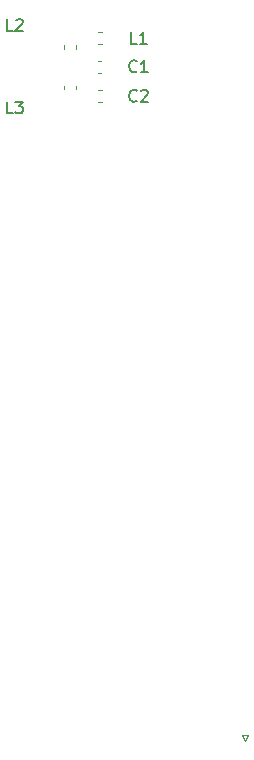
<source format=gbr>
%TF.GenerationSoftware,KiCad,Pcbnew,8.0.5*%
%TF.CreationDate,2025-03-27T12:09:55+00:00*%
%TF.ProjectId,pcb_antenna,7063625f-616e-4746-956e-6e612e6b6963,rev?*%
%TF.SameCoordinates,Original*%
%TF.FileFunction,Legend,Top*%
%TF.FilePolarity,Positive*%
%FSLAX46Y46*%
G04 Gerber Fmt 4.6, Leading zero omitted, Abs format (unit mm)*
G04 Created by KiCad (PCBNEW 8.0.5) date 2025-03-27 12:09:55*
%MOMM*%
%LPD*%
G01*
G04 APERTURE LIST*
%ADD10C,0.150000*%
%ADD11C,0.120000*%
G04 APERTURE END LIST*
D10*
X80333333Y-106454819D02*
X79857143Y-106454819D01*
X79857143Y-106454819D02*
X79857143Y-105454819D01*
X80571429Y-105454819D02*
X81190476Y-105454819D01*
X81190476Y-105454819D02*
X80857143Y-105835771D01*
X80857143Y-105835771D02*
X81000000Y-105835771D01*
X81000000Y-105835771D02*
X81095238Y-105883390D01*
X81095238Y-105883390D02*
X81142857Y-105931009D01*
X81142857Y-105931009D02*
X81190476Y-106026247D01*
X81190476Y-106026247D02*
X81190476Y-106264342D01*
X81190476Y-106264342D02*
X81142857Y-106359580D01*
X81142857Y-106359580D02*
X81095238Y-106407200D01*
X81095238Y-106407200D02*
X81000000Y-106454819D01*
X81000000Y-106454819D02*
X80714286Y-106454819D01*
X80714286Y-106454819D02*
X80619048Y-106407200D01*
X80619048Y-106407200D02*
X80571429Y-106359580D01*
X80333333Y-99454819D02*
X79857143Y-99454819D01*
X79857143Y-99454819D02*
X79857143Y-98454819D01*
X80619048Y-98550057D02*
X80666667Y-98502438D01*
X80666667Y-98502438D02*
X80761905Y-98454819D01*
X80761905Y-98454819D02*
X81000000Y-98454819D01*
X81000000Y-98454819D02*
X81095238Y-98502438D01*
X81095238Y-98502438D02*
X81142857Y-98550057D01*
X81142857Y-98550057D02*
X81190476Y-98645295D01*
X81190476Y-98645295D02*
X81190476Y-98740533D01*
X81190476Y-98740533D02*
X81142857Y-98883390D01*
X81142857Y-98883390D02*
X80571429Y-99454819D01*
X80571429Y-99454819D02*
X81190476Y-99454819D01*
X90833333Y-100539843D02*
X90357143Y-100539843D01*
X90357143Y-100539843D02*
X90357143Y-99539843D01*
X91690476Y-100539843D02*
X91119048Y-100539843D01*
X91404762Y-100539843D02*
X91404762Y-99539843D01*
X91404762Y-99539843D02*
X91309524Y-99682700D01*
X91309524Y-99682700D02*
X91214286Y-99777938D01*
X91214286Y-99777938D02*
X91119048Y-99825557D01*
X90833333Y-105359580D02*
X90785714Y-105407200D01*
X90785714Y-105407200D02*
X90642857Y-105454819D01*
X90642857Y-105454819D02*
X90547619Y-105454819D01*
X90547619Y-105454819D02*
X90404762Y-105407200D01*
X90404762Y-105407200D02*
X90309524Y-105311961D01*
X90309524Y-105311961D02*
X90261905Y-105216723D01*
X90261905Y-105216723D02*
X90214286Y-105026247D01*
X90214286Y-105026247D02*
X90214286Y-104883390D01*
X90214286Y-104883390D02*
X90261905Y-104692914D01*
X90261905Y-104692914D02*
X90309524Y-104597676D01*
X90309524Y-104597676D02*
X90404762Y-104502438D01*
X90404762Y-104502438D02*
X90547619Y-104454819D01*
X90547619Y-104454819D02*
X90642857Y-104454819D01*
X90642857Y-104454819D02*
X90785714Y-104502438D01*
X90785714Y-104502438D02*
X90833333Y-104550057D01*
X91214286Y-104550057D02*
X91261905Y-104502438D01*
X91261905Y-104502438D02*
X91357143Y-104454819D01*
X91357143Y-104454819D02*
X91595238Y-104454819D01*
X91595238Y-104454819D02*
X91690476Y-104502438D01*
X91690476Y-104502438D02*
X91738095Y-104550057D01*
X91738095Y-104550057D02*
X91785714Y-104645295D01*
X91785714Y-104645295D02*
X91785714Y-104740533D01*
X91785714Y-104740533D02*
X91738095Y-104883390D01*
X91738095Y-104883390D02*
X91166667Y-105454819D01*
X91166667Y-105454819D02*
X91785714Y-105454819D01*
X90833333Y-102859580D02*
X90785714Y-102907200D01*
X90785714Y-102907200D02*
X90642857Y-102954819D01*
X90642857Y-102954819D02*
X90547619Y-102954819D01*
X90547619Y-102954819D02*
X90404762Y-102907200D01*
X90404762Y-102907200D02*
X90309524Y-102811961D01*
X90309524Y-102811961D02*
X90261905Y-102716723D01*
X90261905Y-102716723D02*
X90214286Y-102526247D01*
X90214286Y-102526247D02*
X90214286Y-102383390D01*
X90214286Y-102383390D02*
X90261905Y-102192914D01*
X90261905Y-102192914D02*
X90309524Y-102097676D01*
X90309524Y-102097676D02*
X90404762Y-102002438D01*
X90404762Y-102002438D02*
X90547619Y-101954819D01*
X90547619Y-101954819D02*
X90642857Y-101954819D01*
X90642857Y-101954819D02*
X90785714Y-102002438D01*
X90785714Y-102002438D02*
X90833333Y-102050057D01*
X91785714Y-102954819D02*
X91214286Y-102954819D01*
X91500000Y-102954819D02*
X91500000Y-101954819D01*
X91500000Y-101954819D02*
X91404762Y-102097676D01*
X91404762Y-102097676D02*
X91309524Y-102192914D01*
X91309524Y-102192914D02*
X91214286Y-102240533D01*
D11*
%TO.C,L3*%
X84659635Y-104422733D02*
X84659635Y-104097175D01*
X85679635Y-104422733D02*
X85679635Y-104097175D01*
%TO.C,L2*%
X84659635Y-100997733D02*
X84659635Y-100672175D01*
X85679635Y-100997733D02*
X85679635Y-100672175D01*
%TO.C,L1*%
X87566970Y-99575024D02*
X87892528Y-99575024D01*
X87566970Y-100595024D02*
X87892528Y-100595024D01*
%TO.C,J1*%
X100250000Y-159100000D02*
X99750000Y-159100000D01*
X99750000Y-159100000D02*
X100000000Y-159600000D01*
X100000000Y-159600000D02*
X100250000Y-159100000D01*
%TO.C,C2*%
X87584420Y-104490000D02*
X87865580Y-104490000D01*
X87584420Y-105510000D02*
X87865580Y-105510000D01*
%TO.C,C1*%
X87580545Y-102045941D02*
X87861705Y-102045941D01*
X87580545Y-103065941D02*
X87861705Y-103065941D01*
%TD*%
M02*

</source>
